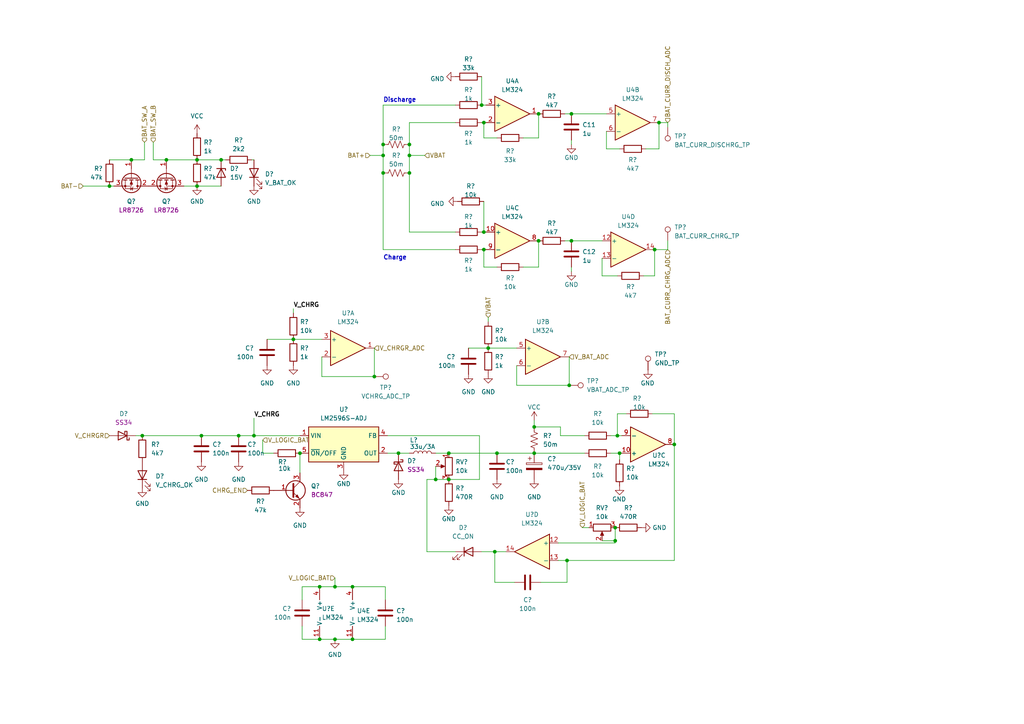
<source format=kicad_sch>
(kicad_sch (version 20230121) (generator eeschema)
  (paper "A4")
  (title_block (title "Battery Management") (date "2023-03-06") (rev "V1.0") (comment 1 "Zuzanna Kunikowska") (comment 2 "Mateusz Wójcik"))
  (lib_symbols
    (symbol "Amplifier_Operational:LM324" (pin_names (offset 0.127))
      (property "Reference" "U" (at 0 5.08 0))
      (property "Value" "LM324" (at 0 -5.08 0))
      (symbol "LM324_1_1"
        (pin output line (at 7.62 0 180) (length 2.54) (name "~") (number "1"))
        (pin input line (at -7.62 -2.54 0) (length 2.54) (name "-") (number "2"))
        (pin input line (at -7.62 2.54 0) (length 2.54) (name "+") (number "3"))
      )
      (symbol "LM324_2_1"
        (pin input line (at -7.62 2.54 0) (length 2.54) (name "+") (number "5"))
        (pin input line (at -7.62 -2.54 0) (length 2.54) (name "-") (number "6"))
        (pin output line (at 7.62 0 180) (length 2.54) (name "~") (number "7"))
      )
      (symbol "LM324_3_1"
        (pin input line (at -7.62 2.54 0) (length 2.54) (name "+") (number "10"))
        (pin output line (at 7.62 0 180) (length 2.54) (name "~") (number "8"))
        (pin input line (at -7.62 -2.54 0) (length 2.54) (name "-") (number "9"))
      )
      (symbol "LM324_4_1"
        (pin input line (at -7.62 2.54 0) (length 2.54) (name "+") (number "12"))
        (pin input line (at -7.62 -2.54 0) (length 2.54) (name "-") (number "13"))
        (pin output line (at 7.62 0 180) (length 2.54) (name "~") (number "14"))
      )
      (symbol "LM324_5_1"
        (pin power_in line (at -2.54 -7.62 90) (length 3.81) (name "V-") (number "11"))
        (pin power_in line (at -2.54 7.62 270) (length 3.81) (name "V+") (number "4"))
      )
    )
    (symbol "Connector:TestPoint" (pin_numbers hide) (pin_names (offset 0.762) hide)
      (property "Reference" "TP" (at 0 6.858 0))
      (property "Value" "TestPoint" (at 0 5.08 0))
      (symbol "TestPoint_1_1"
        (pin passive line (at 0 0 90) (length 2.54) (name "1") (number "1"))
      )
    )
    (symbol "Device:C" (pin_numbers hide) (pin_names (offset 0.254))
      (property "Reference" "C" (at 0.635 2.54 0))
      (property "Value" "C" (at 0.635 -2.54 0))
      (symbol "C_1_1"
        (pin passive line (at 0 3.81 270) (length 2.794) (name "~") (number "1"))
        (pin passive line (at 0 -3.81 90) (length 2.794) (name "~") (number "2"))
      )
    )
    (symbol "Device:C_Polarized" (pin_numbers hide) (pin_names (offset 0.254))
      (property "Reference" "C" (at 0.635 2.54 0))
      (property "Value" "C_Polarized" (at 0.635 -2.54 0))
      (symbol "C_Polarized_1_1"
        (pin passive line (at 0 3.81 270) (length 2.794) (name "~") (number "1"))
        (pin passive line (at 0 -3.81 90) (length 2.794) (name "~") (number "2"))
      )
    )
    (symbol "Device:D_Schottky" (pin_numbers hide) (pin_names (offset 1.016) hide)
      (property "Reference" "D" (at 0 2.54 0))
      (property "Value" "D_Schottky" (at 0 -2.54 0))
      (symbol "D_Schottky_1_1"
        (pin passive line (at -3.81 0 0) (length 2.54) (name "K") (number "1"))
        (pin passive line (at 3.81 0 180) (length 2.54) (name "A") (number "2"))
      )
    )
    (symbol "Device:D_Zener" (pin_numbers hide) (pin_names (offset 1.016) hide)
      (property "Reference" "D" (at 0 2.54 0))
      (property "Value" "D_Zener" (at 0 -2.54 0))
      (symbol "D_Zener_1_1"
        (pin passive line (at -3.81 0 0) (length 2.54) (name "K") (number "1"))
        (pin passive line (at 3.81 0 180) (length 2.54) (name "A") (number "2"))
      )
    )
    (symbol "Device:L" (pin_numbers hide) (pin_names (offset 1.016) hide)
      (property "Reference" "L" (at -1.27 0 90))
      (property "Value" "L" (at 1.905 0 90))
      (symbol "L_1_1"
        (pin passive line (at 0 3.81 270) (length 1.27) (name "1") (number "1"))
        (pin passive line (at 0 -3.81 90) (length 1.27) (name "2") (number "2"))
      )
    )
    (symbol "Device:LED" (pin_numbers hide) (pin_names (offset 1.016) hide)
      (property "Reference" "D" (at 0 2.54 0))
      (property "Value" "LED" (at 0 -2.54 0))
      (symbol "LED_1_1"
        (pin passive line (at -3.81 0 0) (length 2.54) (name "K") (number "1"))
        (pin passive line (at 3.81 0 180) (length 2.54) (name "A") (number "2"))
      )
    )
    (symbol "Device:Q_NMOS_GDS" (pin_names (offset 0) hide)
      (property "Reference" "Q" (at 5.08 1.27 0))
      (property "Value" "Q_NMOS_GDS" (at 5.08 -1.27 0))
      (symbol "Q_NMOS_GDS_1_1"
        (pin input line (at -5.08 0 0) (length 2.54) (name "G") (number "1"))
        (pin passive line (at 2.54 5.08 270) (length 2.54) (name "D") (number "2"))
        (pin passive line (at 2.54 -5.08 90) (length 2.54) (name "S") (number "3"))
      )
    )
    (symbol "Device:Q_NPN_BEC" (pin_names (offset 0) hide)
      (property "Reference" "Q" (at 5.08 1.27 0))
      (property "Value" "Q_NPN_BEC" (at 5.08 -1.27 0))
      (symbol "Q_NPN_BEC_1_1"
        (pin input line (at -5.08 0 0) (length 5.715) (name "B") (number "1"))
        (pin passive line (at 2.54 -5.08 90) (length 2.54) (name "E") (number "2"))
        (pin passive line (at 2.54 5.08 270) (length 2.54) (name "C") (number "3"))
      )
    )
    (symbol "Device:R" (pin_numbers hide) (pin_names (offset 0))
      (property "Reference" "R" (at 2.032 0 90))
      (property "Value" "R" (at 0 0 90))
      (symbol "R_1_1"
        (pin passive line (at 0 3.81 270) (length 1.27) (name "~") (number "1"))
        (pin passive line (at 0 -3.81 90) (length 1.27) (name "~") (number "2"))
      )
    )
    (symbol "Device:R_Potentiometer" (pin_names (offset 1.016) hide)
      (property "Reference" "RV" (at -4.445 0 90))
      (property "Value" "R_Potentiometer" (at -2.54 0 90))
      (symbol "R_Potentiometer_1_1"
        (pin passive line (at 0 3.81 270) (length 1.27) (name "1") (number "1"))
        (pin passive line (at 3.81 0 180) (length 1.27) (name "2") (number "2"))
        (pin passive line (at 0 -3.81 90) (length 1.27) (name "3") (number "3"))
      )
    )
    (symbol "Device:R_US" (pin_numbers hide) (pin_names (offset 0))
      (property "Reference" "R" (at 2.54 0 90))
      (property "Value" "R_US" (at -2.54 0 90))
      (symbol "R_US_1_1"
        (pin passive line (at 0 3.81 270) (length 1.27) (name "~") (number "1"))
        (pin passive line (at 0 -3.81 90) (length 1.27) (name "~") (number "2"))
      )
    )
    (symbol "Regulator_Switching:LM2596S-ADJ"
      (property "Reference" "U" (at -10.16 6.35 0))
      (property "Value" "LM2596S-ADJ" (at 0 6.35 0))
      (symbol "LM2596S-ADJ_1_1"
        (pin power_in line (at -12.7 2.54 0) (length 2.54) (name "VIN") (number "1"))
        (pin output line (at 12.7 -2.54 180) (length 2.54) (name "OUT") (number "2"))
        (pin power_in line (at 0 -7.62 90) (length 2.54) (name "GND") (number "3"))
        (pin input line (at 12.7 2.54 180) (length 2.54) (name "FB") (number "4"))
        (pin input line (at -12.7 -2.54 0) (length 2.54) (name "~{ON}/OFF") (number "5"))
      )
    )
    (symbol "power:GND" (power) (pin_names (offset 0))
      (property "Value" "GND" (at 0 -3.81 0))
      (symbol "GND_1_1"
        (pin power_in line (at 0 0 270) (length 0) hide (name "GND") (number "1"))
      )
    )
    (symbol "power:VCC" (power) (pin_names (offset 0))
      (property "Value" "VCC" (at 0 3.81 0))
      (symbol "VCC_1_1"
        (pin power_in line (at 0 0 90) (length 0) hide (name "VCC") (number "1"))
      )
    )
  )
  (junction (at 85.09 98.425))
  (junction (at 189.865 72.39))
  (junction (at 154.94 123.825))
  (junction (at 57.15 53.975))
  (junction (at 195.58 128.905))
  (junction (at 130.175 131.445))
  (junction (at 73.66 126.365))
  (junction (at 118.745 41.91))
  (junction (at 165.735 33.02))
  (junction (at 178.435 153.035))
  (junction (at 178.435 156.845))
  (junction (at 111.125 41.91))
  (junction (at 57.15 46.355))
  (junction (at 97.155 185.42))
  (junction (at 143.51 160.02))
  (junction (at 179.07 126.365))
  (junction (at 156.21 33.02))
  (junction (at 86.995 131.445))
  (junction (at 115.57 131.445))
  (junction (at 102.235 170.18))
  (junction (at 64.135 46.355))
  (junction (at 92.71 185.42))
  (junction (at 111.125 45.085))
  (junction (at 41.275 126.365))
  (junction (at 97.155 170.18))
  (junction (at 69.215 126.365))
  (junction (at 118.745 45.085))
  (junction (at 48.26 46.355))
  (junction (at 31.75 53.975))
  (junction (at 164.465 162.56))
  (junction (at 130.175 139.065))
  (junction (at 165.1 111.76))
  (junction (at 139.7 30.48))
  (junction (at 118.745 50.165))
  (junction (at 165.735 69.85))
  (junction (at 92.71 170.18))
  (junction (at 191.135 35.56))
  (junction (at 154.94 131.445))
  (junction (at 108.585 109.22))
  (junction (at 141.605 100.965))
  (junction (at 140.335 35.56))
  (junction (at 38.1 46.355))
  (junction (at 140.335 67.31))
  (junction (at 156.21 69.85))
  (junction (at 144.145 131.445))
  (junction (at 126.365 139.065))
  (junction (at 58.42 126.365))
  (junction (at 179.705 131.445))
  (junction (at 102.235 185.42))
  (junction (at 111.125 50.165))
  (junction (at 140.335 72.39))
  (wire (pts (xy 165.1 111.76) (xy 165.1 103.505)))
  (wire (pts (xy 143.51 168.91) (xy 143.51 160.02)))
  (wire (pts (xy 174.625 156.845) (xy 178.435 156.845)))
  (wire (pts (xy 112.395 131.445) (xy 115.57 131.445)))
  (wire (pts (xy 132.08 160.02) (xy 123.825 160.02)))
  (wire (pts (xy 132.08 35.56) (xy 118.745 35.56)))
  (wire (pts (xy 186.69 80.01) (xy 189.865 80.01)))
  (wire (pts (xy 179.705 133.35) (xy 179.705 131.445)))
  (wire (pts (xy 141.605 100.965) (xy 149.86 100.965)))
  (wire (pts (xy 178.435 156.845) (xy 178.435 153.035)))
  (wire (pts (xy 139.7 22.225) (xy 139.7 30.48)))
  (wire (pts (xy 165.735 33.02) (xy 175.895 33.02)))
  (wire (pts (xy 179.07 120.015) (xy 179.07 126.365)))
  (wire (pts (xy 179.07 126.365) (xy 180.34 126.365)))
  (wire (pts (xy 195.58 128.905) (xy 195.58 162.56)))
  (wire (pts (xy 41.275 126.365) (xy 58.42 126.365)))
  (wire (pts (xy 85.09 89.535) (xy 85.09 90.805)))
  (wire (pts (xy 143.51 160.02) (xy 146.685 160.02)))
  (wire (pts (xy 48.26 46.355) (xy 57.15 46.355)))
  (wire (pts (xy 174.625 74.93) (xy 174.625 80.01)))
  (wire (pts (xy 179.705 43.18) (xy 175.895 43.18)))
  (wire (pts (xy 92.71 185.42) (xy 97.155 185.42)))
  (wire (pts (xy 123.825 160.02) (xy 123.825 139.065)))
  (wire (pts (xy 115.57 131.445) (xy 118.745 131.445)))
  (wire (pts (xy 85.09 98.425) (xy 93.345 98.425)))
  (wire (pts (xy 118.745 45.085) (xy 123.19 45.085)))
  (wire (pts (xy 58.42 126.365) (xy 69.215 126.365)))
  (wire (pts (xy 76.2 131.445) (xy 79.375 131.445)))
  (wire (pts (xy 132.08 30.48) (xy 111.125 30.48)))
  (wire (pts (xy 86.995 131.445) (xy 86.995 137.16)))
  (wire (pts (xy 111.125 30.48) (xy 111.125 41.91)))
  (wire (pts (xy 111.125 45.085) (xy 111.125 50.165)))
  (wire (pts (xy 177.165 126.365) (xy 179.07 126.365)))
  (wire (pts (xy 130.175 131.445) (xy 144.145 131.445)))
  (wire (pts (xy 39.37 126.365) (xy 41.275 126.365)))
  (wire (pts (xy 31.75 53.975) (xy 33.02 53.975)))
  (wire (pts (xy 31.75 46.355) (xy 38.1 46.355)))
  (wire (pts (xy 118.745 41.91) (xy 118.745 45.085)))
  (wire (pts (xy 189.865 72.39) (xy 193.675 72.39)))
  (wire (pts (xy 144.145 40.005) (xy 140.335 40.005)))
  (wire (pts (xy 149.86 106.045) (xy 149.86 111.76)))
  (wire (pts (xy 169.545 126.365) (xy 162.56 126.365)))
  (wire (pts (xy 41.91 41.275) (xy 41.91 46.355)))
  (wire (pts (xy 108.585 109.22) (xy 108.585 100.965)))
  (wire (pts (xy 69.215 126.365) (xy 73.66 126.365)))
  (wire (pts (xy 139.7 72.39) (xy 140.335 72.39)))
  (wire (pts (xy 156.21 77.47) (xy 156.21 69.85)))
  (wire (pts (xy 193.675 35.56) (xy 193.675 36.83)))
  (wire (pts (xy 175.895 43.18) (xy 175.895 38.1)))
  (wire (pts (xy 126.365 135.255) (xy 126.365 139.065)))
  (wire (pts (xy 139.065 139.065) (xy 139.065 126.365)))
  (wire (pts (xy 87.63 181.61) (xy 87.63 185.42)))
  (wire (pts (xy 135.89 100.965) (xy 141.605 100.965)))
  (wire (pts (xy 154.94 121.92) (xy 154.94 123.825)))
  (wire (pts (xy 73.025 46.355) (xy 73.66 46.355)))
  (wire (pts (xy 140.335 67.31) (xy 140.97 67.31)))
  (wire (pts (xy 189.23 120.015) (xy 195.58 120.015)))
  (wire (pts (xy 164.465 162.56) (xy 195.58 162.56)))
  (wire (pts (xy 24.13 53.975) (xy 31.75 53.975)))
  (wire (pts (xy 93.345 103.505) (xy 93.345 109.22)))
  (wire (pts (xy 178.435 156.845) (xy 178.435 157.48)))
  (wire (pts (xy 140.335 35.56) (xy 140.97 35.56)))
  (wire (pts (xy 97.155 167.64) (xy 97.155 170.18)))
  (wire (pts (xy 139.7 160.02) (xy 143.51 160.02)))
  (wire (pts (xy 151.765 77.47) (xy 156.21 77.47)))
  (wire (pts (xy 149.86 111.76) (xy 165.1 111.76)))
  (wire (pts (xy 73.66 126.365) (xy 86.995 126.365)))
  (wire (pts (xy 165.735 78.74) (xy 165.735 77.47)))
  (wire (pts (xy 149.225 168.91) (xy 143.51 168.91)))
  (wire (pts (xy 161.925 162.56) (xy 164.465 162.56)))
  (wire (pts (xy 162.56 126.365) (xy 162.56 123.825)))
  (wire (pts (xy 73.66 121.285) (xy 73.66 126.365)))
  (wire (pts (xy 132.08 67.31) (xy 118.745 67.31)))
  (wire (pts (xy 140.335 58.42) (xy 140.335 67.31)))
  (wire (pts (xy 102.235 185.42) (xy 111.76 185.42)))
  (wire (pts (xy 168.91 153.035) (xy 170.815 153.035)))
  (wire (pts (xy 177.165 131.445) (xy 179.705 131.445)))
  (wire (pts (xy 38.1 46.355) (xy 41.91 46.355)))
  (wire (pts (xy 77.47 98.425) (xy 85.09 98.425)))
  (wire (pts (xy 191.135 35.56) (xy 193.675 35.56)))
  (wire (pts (xy 174.625 80.01) (xy 179.07 80.01)))
  (wire (pts (xy 57.15 46.355) (xy 64.135 46.355)))
  (wire (pts (xy 178.435 157.48) (xy 161.925 157.48)))
  (wire (pts (xy 102.235 170.18) (xy 111.76 170.18)))
  (wire (pts (xy 165.735 41.91) (xy 165.735 40.64)))
  (wire (pts (xy 163.83 69.85) (xy 165.735 69.85)))
  (wire (pts (xy 126.365 139.065) (xy 130.175 139.065)))
  (wire (pts (xy 144.145 131.445) (xy 154.94 131.445)))
  (wire (pts (xy 97.155 170.18) (xy 92.71 170.18)))
  (wire (pts (xy 76.2 127.635) (xy 76.2 131.445)))
  (wire (pts (xy 130.175 139.065) (xy 139.065 139.065)))
  (wire (pts (xy 53.34 53.975) (xy 57.15 53.975)))
  (wire (pts (xy 107.315 45.085) (xy 111.125 45.085)))
  (wire (pts (xy 111.125 41.91) (xy 111.125 45.085)))
  (wire (pts (xy 195.58 120.015) (xy 195.58 128.905)))
  (wire (pts (xy 140.335 35.56) (xy 139.7 35.56)))
  (wire (pts (xy 162.56 123.825) (xy 154.94 123.825)))
  (wire (pts (xy 57.15 53.975) (xy 64.135 53.975)))
  (wire (pts (xy 156.21 40.005) (xy 151.765 40.005)))
  (wire (pts (xy 179.705 131.445) (xy 180.34 131.445)))
  (wire (pts (xy 140.335 77.47) (xy 140.335 72.39)))
  (wire (pts (xy 118.745 35.56) (xy 118.745 41.91)))
  (wire (pts (xy 140.335 40.005) (xy 140.335 35.56)))
  (wire (pts (xy 118.745 67.31) (xy 118.745 50.165)))
  (wire (pts (xy 44.45 41.275) (xy 44.45 46.355)))
  (wire (pts (xy 65.405 46.355) (xy 64.135 46.355)))
  (wire (pts (xy 126.365 131.445) (xy 130.175 131.445)))
  (wire (pts (xy 141.605 92.075) (xy 141.605 93.345)))
  (wire (pts (xy 189.865 80.01) (xy 189.865 72.39)))
  (wire (pts (xy 87.63 185.42) (xy 92.71 185.42)))
  (wire (pts (xy 87.63 170.18) (xy 92.71 170.18)))
  (wire (pts (xy 156.845 168.91) (xy 164.465 168.91)))
  (wire (pts (xy 164.465 168.91) (xy 164.465 162.56)))
  (wire (pts (xy 144.145 77.47) (xy 140.335 77.47)))
  (wire (pts (xy 139.7 67.31) (xy 140.335 67.31)))
  (wire (pts (xy 123.825 139.065) (xy 126.365 139.065)))
  (wire (pts (xy 87.63 173.99) (xy 87.63 170.18)))
  (wire (pts (xy 97.155 170.18) (xy 102.235 170.18)))
  (wire (pts (xy 139.7 30.48) (xy 140.97 30.48)))
  (wire (pts (xy 111.125 72.39) (xy 111.125 50.165)))
  (wire (pts (xy 44.45 46.355) (xy 48.26 46.355)))
  (wire (pts (xy 193.675 69.85) (xy 193.675 72.39)))
  (wire (pts (xy 140.335 72.39) (xy 140.97 72.39)))
  (wire (pts (xy 97.155 185.42) (xy 102.235 185.42)))
  (wire (pts (xy 181.61 120.015) (xy 179.07 120.015)))
  (wire (pts (xy 191.135 43.18) (xy 191.135 35.56)))
  (wire (pts (xy 111.76 170.18) (xy 111.76 173.99)))
  (wire (pts (xy 165.735 69.85) (xy 174.625 69.85)))
  (wire (pts (xy 93.345 109.22) (xy 108.585 109.22)))
  (wire (pts (xy 154.94 131.445) (xy 169.545 131.445)))
  (wire (pts (xy 139.065 126.365) (xy 112.395 126.365)))
  (wire (pts (xy 132.08 72.39) (xy 111.125 72.39)))
  (wire (pts (xy 187.325 43.18) (xy 191.135 43.18)))
  (wire (pts (xy 111.76 185.42) (xy 111.76 181.61)))
  (wire (pts (xy 118.745 45.085) (xy 118.745 50.165)))
  (wire (pts (xy 156.21 33.02) (xy 156.21 40.005)))
  (wire (pts (xy 163.83 33.02) (xy 165.735 33.02)))
  (text "Charge" (at 111.125 75.565 0) (effects (font (size 1.27 1.27) bold) (justify left bottom)))
  (text "- przetwornica 5V\n- przetwornica na silniki (3-9V)\n- stabilizator 3V3\n- zabezpieczenie baterii\n" (at -245.745 125.095 0) (effects (font (size 1.27 1.27)) (justify left bottom)))
  (text "Discharge" (at 111.125 29.845 0) (effects (font (size 1.27 1.27) bold) (justify left bottom)))
  (label "V_CHRG" (at 73.66 121.285 0) (effects (font bold)))
  (label "V_CHRG" (at 85.09 89.535 0) (effects (font bold)))
  (hierarchical_label "V_CHRGR_ADC" (shape input) (at 108.585 100.965 0))
  (hierarchical_label "V_LOGIC_BAT" (shape input) (at 97.155 167.64 180))
  (hierarchical_label "BAT+" (shape input) (at 107.315 45.085 180))
  (hierarchical_label "V_LOGIC_BAT" (shape input) (at 168.91 153.035 90))
  (hierarchical_label "BAT_CURR_CHRG_ADC" (shape input) (at 193.675 72.39 270))
  (hierarchical_label "BAT_CURR_DISCH_ADC" (shape input) (at 193.675 35.56 90))
  (hierarchical_label "V_CHRGR" (shape input) (at 31.75 126.365 180))
  (hierarchical_label "VBAT" (shape input) (at 141.605 92.075 90))
  (hierarchical_label "CHRG_EN" (shape input) (at 71.755 142.24 180))
  (hierarchical_label "V_LOGIC_BAT" (shape input) (at 76.2 127.635 0))
  (hierarchical_label "BAT-" (shape input) (at 24.13 53.975 180))
  (hierarchical_label "BAT_SW_B" (shape input) (at 44.45 41.275 90))
  (hierarchical_label "V_BAT_ADC" (shape input) (at 165.1 103.505 0))
  (hierarchical_label "BAT_SW_A" (shape input) (at 41.91 41.275 90))
  (hierarchical_label "VBAT" (shape input) (at 123.19 45.085 0))
  (symbol (lib_id "Device:R") (at 160.02 33.02 270) (unit 1)
    (property "Reference" "R?" (at 160.02 27.94 90))
    (property "Value" "4k7" (at 160.02 30.48 90))
    (property "Footprint" "Resistor_SMD:R_0805_2012Metric" (effects hide))
    (instances (project "Robot_Controller_PCB" (path "" (reference "R?") (unit 1))) (project "Scout_Robot_Controller" (path "" (reference "R33") (unit 1))))
  )
  (symbol (lib_id "Device:R_US") (at 154.94 127.635 0) (unit 1)
    (property "Reference" "R?" (at 157.48 126.3649 0) (effects (justify left)))
    (property "Value" "50m" (at 157.48 128.9049 0) (effects (justify left)))
    (property "Footprint" "Resistor_SMD:R_1210_3225Metric" (effects hide))
    (instances (project "Robot_Controller_PCB" (path "" (reference "R?") (unit 1))) (project "Scout_Robot_Controller" (path "" (reference "R32") (unit 1))))
  )
  (symbol (lib_id "power:VCC") (at 154.94 121.92 0) (unit 1)
    (property "Reference" "#PWR?" (effects hide))
    (property "Value" "VCC" (at 154.94 118.11 0))
    (instances (project "Robot_Controller_PCB" (path "" (reference "#PWR?") (unit 1))) (project "Scout_Robot_Controller" (path "" (reference "#PWR093") (unit 1))))
  )
  (symbol (lib_id "Device:R") (at 83.185 131.445 270) (unit 1)
    (property "Reference" "R?" (at 81.915 133.985 90))
    (property "Value" "10k" (at 82.55 135.89 90))
    (property "Footprint" "Resistor_SMD:R_0805_2012Metric" (effects hide))
    (instances (project "Robot_Controller_PCB" (path "" (reference "R?") (unit 1))) (project "Scout_Robot_Controller" (path "" (reference "R16") (unit 1))))
  )
  (symbol (lib_id "Device:Q_NPN_BEC") (at 84.455 142.24 0) (unit 1)
    (property "Reference" "Q?" (at 90.17 140.9699 0) (effects (justify left)))
    (property "Value" "Q_NPN_BEC" (effects hide))
    (property "Footprint" "Package_TO_SOT_SMD:SOT-23" (effects hide))
    (property "Datasheet" "https://www.onsemi.com/pdf/datasheet/bc846-d.pdf" (effects hide))
    (property "MPN" "BC847" (at 90.17 143.5099 0) (effects (justify left)))
    (instances (project "Robot_Controller_PCB" (path "" (reference "Q?") (unit 1))) (project "Scout_Robot_Controller" (path "" (reference "Q5") (unit 1))))
  )
  (symbol (lib_id "Device:R") (at 173.355 131.445 90) (unit 1)
    (property "Reference" "R?" (at 173.355 135.255 90))
    (property "Value" "10k" (at 173.355 137.795 90))
    (property "Footprint" "Resistor_SMD:R_0805_2012Metric" (effects hide))
    (instances (project "Robot_Controller_PCB" (path "" (reference "R?") (unit 1))) (project "Scout_Robot_Controller" (path "" (reference "R36") (unit 1))))
  )
  (symbol (lib_id "power:GND") (at 187.96 107.315 0) (unit 1)
    (property "Reference" "#PWR?" (effects hide))
    (property "Value" "GND" (at 189.865 111.125 0) (effects (justify right)))
    (instances (project "Robot_Controller_PCB" (path "" (reference "#PWR?") (unit 1))) (project "Scout_Robot_Controller" (path "" (reference "#PWR099") (unit 1))))
  )
  (symbol (lib_id "Device:D_Schottky") (at 35.56 126.365 180) (unit 1)
    (property "Reference" "D?" (at 35.8775 120.015 0))
    (property "Value" "D_Schottky" (effects hide))
    (property "Footprint" "Diode_SMD:D_SMC" (effects hide))
    (property "Datasheet" "https://www.vishay.com/docs/88751/ss32.pdf" (effects hide))
    (property "MPN" "SS34" (at 35.8775 122.555 0))
    (instances (project "Robot_Controller_PCB" (path "" (reference "D?") (unit 1))) (project "Scout_Robot_Controller" (path "" (reference "D1") (unit 1))))
  )
  (symbol (lib_id "power:GND") (at 73.66 53.975 0) (unit 1)
    (property "Reference" "#PWR?" (effects hide))
    (property "Value" "GND" (at 73.66 58.42 0))
    (instances (project "Robot_Controller_PCB" (path "" (reference "#PWR?") (unit 1))) (project "Scout_Robot_Controller" (path "" (reference "#PWR080") (unit 1))))
  )
  (symbol (lib_id "Device:R") (at 31.75 50.165 0) (unit 1)
    (property "Reference" "R?" (at 29.845 48.8949 0) (effects (justify right)))
    (property "Value" "47k" (at 29.845 51.4349 0) (effects (justify right)))
    (property "Footprint" "Resistor_SMD:R_0805_2012Metric" (effects hide))
    (instances (project "Robot_Controller_PCB" (path "" (reference "R?") (unit 1))) (project "Scout_Robot_Controller" (path "" (reference "R10") (unit 1))))
  )
  (symbol (lib_id "Amplifier_Operational:LM324") (at 183.515 35.56 0) (unit 2)
    (property "Reference" "U4" (at 183.515 26.035 0))
    (property "Value" "LM324" (at 183.515 28.575 0))
    (property "Footprint" "Package_SO:SOIC-14_3.9x8.7mm_P1.27mm" (effects hide))
    (property "Datasheet" "http://www.ti.com/lit/ds/symlink/lm2902-n.pdf" (effects hide))
  )
  (symbol (lib_id "Device:C") (at 77.47 102.235 0) (unit 1)
    (property "Reference" "C?" (at 73.66 100.9649 0) (effects (justify right)))
    (property "Value" "100n" (at 73.66 103.5049 0) (effects (justify right)))
    (property "Footprint" "Capacitor_SMD:C_0805_2012Metric" (effects hide))
    (instances (project "Robot_Controller_PCB" (path "" (reference "C?") (unit 1))) (project "Scout_Robot_Controller" (path "" (reference "C4") (unit 1))))
  )
  (symbol (lib_id "Device:R") (at 185.42 120.015 90) (unit 1)
    (property "Reference" "R?" (at 184.785 115.57 90))
    (property "Value" "10k" (at 185.42 118.11 90))
    (property "Footprint" "Resistor_SMD:R_0805_2012Metric" (effects hide))
    (instances (project "Robot_Controller_PCB" (path "" (reference "R?") (unit 1))) (project "Scout_Robot_Controller" (path "" (reference "R41") (unit 1))))
  )
  (symbol (lib_id "power:GND") (at 97.155 185.42 0) (unit 1)
    (property "Reference" "#PWR?" (effects hide))
    (property "Value" "GND" (at 97.155 189.865 0))
    (instances (project "Robot_Controller_PCB" (path "" (reference "#PWR?") (unit 1))) (project "Scout_Robot_Controller" (path "" (reference "#PWR084") (unit 1))))
  )
  (symbol (lib_id "Device:R") (at 182.245 153.035 90) (unit 1)
    (property "Reference" "R?" (at 182.245 147.32 90))
    (property "Value" "470R" (at 182.245 149.86 90))
    (property "Footprint" "Resistor_SMD:R_0805_2012Metric" (effects hide))
    (instances (project "Robot_Controller_PCB" (path "" (reference "R?") (unit 1))) (project "Scout_Robot_Controller" (path "" (reference "R38") (unit 1))))
  )
  (symbol (lib_id "power:GND") (at 77.47 106.045 0) (unit 1)
    (property "Reference" "#PWR?" (effects hide))
    (property "Value" "GND" (at 77.47 111.125 0))
    (instances (project "Robot_Controller_PCB" (path "" (reference "#PWR?") (unit 1))) (project "Scout_Robot_Controller" (path "" (reference "#PWR081") (unit 1))))
  )
  (symbol (lib_id "power:GND") (at 58.42 133.985 0) (unit 1)
    (property "Reference" "#PWR?" (effects hide))
    (property "Value" "GND" (at 58.42 139.065 0))
    (instances (project "Robot_Controller_PCB" (path "" (reference "#PWR?") (unit 1))) (project "Scout_Robot_Controller" (path "" (reference "#PWR078") (unit 1))))
  )
  (symbol (lib_id "Connector:TestPoint") (at 187.96 107.315 0) (unit 1)
    (property "Reference" "TP?" (at 189.865 102.7429 0) (effects (justify left)))
    (property "Value" "GND_TP" (at 189.865 105.2829 0) (effects (justify left)))
    (property "Footprint" "TestPoint:TestPoint_Pad_D1.5mm" (effects hide))
    (instances (project "Robot_Controller_PCB" (path "" (reference "TP?") (unit 1))) (project "Scout_Robot_Controller" (path "" (reference "TP14") (unit 1))))
  )
  (symbol (lib_id "power:GND") (at 115.57 139.065 0) (unit 1)
    (property "Reference" "#PWR?" (effects hide))
    (property "Value" "GND" (at 115.57 142.875 0))
    (instances (project "Robot_Controller_PCB" (path "" (reference "#PWR?") (unit 1))) (project "Scout_Robot_Controller" (path "" (reference "#PWR086") (unit 1))))
  )
  (symbol (lib_id "power:GND") (at 141.605 108.585 0) (unit 1)
    (property "Reference" "#PWR?" (effects hide))
    (property "Value" "GND" (at 141.605 113.665 0))
    (instances (project "Robot_Controller_PCB" (path "" (reference "#PWR?") (unit 1))) (project "Scout_Robot_Controller" (path "" (reference "#PWR091") (unit 1))))
  )
  (symbol (lib_id "Device:R_Potentiometer") (at 130.175 135.255 0) (mirror y) (unit 1)
    (property "Reference" "RV?" (at 132.08 133.9849 0) (effects (justify right)))
    (property "Value" "10k" (at 132.08 136.5249 0) (effects (justify right)))
    (property "Footprint" "Potentiometer_THT:Potentiometer_Bourns_3296W_Vertical" (effects hide))
    (instances (project "Robot_Controller_PCB" (path "" (reference "RV?") (unit 1))) (project "Scout_Robot_Controller" (path "" (reference "RV1") (unit 1))))
  )
  (symbol (lib_id "power:GND") (at 132.08 22.225 270) (unit 1)
    (property "Reference" "#PWR?" (effects hide))
    (property "Value" "GND" (at 128.905 22.86 90) (effects (justify right)))
    (instances (project "Robot_Controller_PCB" (path "" (reference "#PWR?") (unit 1))) (project "Scout_Robot_Controller" (path "" (reference "#PWR088") (unit 1))))
  )
  (symbol (lib_id "Amplifier_Operational:LM324") (at 187.96 128.905 0) (mirror x) (unit 3)
    (property "Reference" "U?" (at 191.135 132.08 0))
    (property "Value" "LM324" (at 191.135 134.62 0))
    (property "Footprint" "Package_SO:SOIC-14_3.9x8.7mm_P1.27mm" (effects hide))
    (property "Datasheet" "http://www.ti.com/lit/ds/symlink/lm2902-n.pdf" (effects hide))
    (instances (project "Robot_Controller_PCB" (path "" (reference "U?") (unit 3))) (project "Scout_Robot_Controller" (path "" (reference "U2") (unit 3))))
  )
  (symbol (lib_id "power:VCC") (at 57.15 38.735 0) (unit 1)
    (property "Reference" "#PWR?" (effects hide))
    (property "Value" "VCC" (at 57.15 33.655 0))
    (instances (project "Robot_Controller_PCB" (path "" (reference "#PWR?") (unit 1))) (project "Scout_Robot_Controller" (path "" (reference "#PWR076") (unit 1))))
  )
  (symbol (lib_id "Amplifier_Operational:LM324") (at 182.245 72.39 0) (unit 4)
    (property "Reference" "U4" (at 182.245 62.865 0))
    (property "Value" "LM324" (at 182.245 65.405 0))
    (property "Footprint" "Package_SO:SOIC-14_3.9x8.7mm_P1.27mm" (effects hide))
    (property "Datasheet" "http://www.ti.com/lit/ds/symlink/lm2902-n.pdf" (effects hide))
  )
  (symbol (lib_id "power:GND") (at 85.09 106.045 0) (unit 1)
    (property "Reference" "#PWR?" (effects hide))
    (property "Value" "GND" (at 85.09 111.125 0))
    (instances (project "Robot_Controller_PCB" (path "" (reference "#PWR?") (unit 1))) (project "Scout_Robot_Controller" (path "" (reference "#PWR082") (unit 1))))
  )
  (symbol (lib_id "Device:LED") (at 41.275 137.795 90) (unit 1)
    (property "Reference" "D?" (at 45.085 138.1124 90) (effects (justify right)))
    (property "Value" "V_CHRG_OK" (at 45.085 140.6524 90) (effects (justify right)))
    (property "Footprint" "LED_SMD:LED_0805_2012Metric" (effects hide))
    (instances (project "Robot_Controller_PCB" (path "" (reference "D?") (unit 1))) (project "Scout_Robot_Controller" (path "" (reference "D2") (unit 1))))
  )
  (symbol (lib_id "Connector:TestPoint") (at 165.1 111.76 270) (unit 1)
    (property "Reference" "TP?" (at 170.18 110.4899 90) (effects (justify left)))
    (property "Value" "VBAT_ADC_TP" (at 170.18 113.0299 90) (effects (justify left)))
    (property "Footprint" "TestPoint:TestPoint_Pad_D1.5mm" (effects hide))
    (instances (project "Robot_Controller_PCB" (path "" (reference "TP?") (unit 1))) (project "Scout_Robot_Controller" (path "" (reference "TP13") (unit 1))))
  )
  (symbol (lib_id "Device:R_Potentiometer") (at 174.625 153.035 90) (mirror x) (unit 1)
    (property "Reference" "RV?" (at 174.625 147.32 90))
    (property "Value" "10k" (at 174.625 149.86 90))
    (property "Footprint" "Potentiometer_THT:Potentiometer_Bourns_3296W_Vertical" (effects hide))
    (instances (project "Robot_Controller_PCB" (path "" (reference "RV?") (unit 1))) (project "Scout_Robot_Controller" (path "" (reference "RV2") (unit 1))))
  )
  (symbol (lib_id "Device:C") (at 153.035 168.91 90) (unit 1)
    (property "Reference" "C?" (at 153.035 173.99 90))
    (property "Value" "100n" (at 153.035 176.53 90))
    (property "Footprint" "Capacitor_SMD:C_0805_2012Metric" (effects hide))
    (instances (project "Robot_Controller_PCB" (path "" (reference "C?") (unit 1))) (project "Scout_Robot_Controller" (path "" (reference "C9") (unit 1))))
  )
  (symbol (lib_id "Device:R") (at 135.89 35.56 90) (unit 1)
    (property "Reference" "R?" (at 135.89 38.735 90))
    (property "Value" "1k" (at 135.89 41.275 90))
    (property "Footprint" "Resistor_SMD:R_0805_2012Metric" (effects hide))
    (instances (project "Robot_Controller_PCB" (path "" (reference "R?") (unit 1))) (project "Scout_Robot_Controller" (path "" (reference "R24") (unit 1))))
  )
  (symbol (lib_id "Device:C") (at 87.63 177.8 0) (unit 1)
    (property "Reference" "C?" (at 84.455 176.5299 0) (effects (justify right)))
    (property "Value" "100n" (at 84.455 179.0699 0) (effects (justify right)))
    (property "Footprint" "Capacitor_SMD:C_0805_2012Metric" (effects hide))
    (instances (project "Robot_Controller_PCB" (path "" (reference "C?") (unit 1))) (project "Scout_Robot_Controller" (path "" (reference "C5") (unit 1))))
  )
  (symbol (lib_id "Connector:TestPoint") (at 193.675 69.85 0) (unit 1)
    (property "Reference" "TP?" (at 195.58 65.913 0) (effects (justify left)))
    (property "Value" "BAT_CURR_CHRG_TP" (at 195.58 68.453 0) (effects (justify left)))
    (property "Footprint" "TestPoint:TestPoint_Pad_D1.5mm" (effects hide))
    (instances (project "Robot_Controller_PCB" (path "" (reference "TP?") (unit 1))) (project "Scout_Robot_Controller" (path "" (reference "TP16") (unit 1))))
  )
  (symbol (lib_id "Device:R_US") (at 114.935 50.165 90) (unit 1)
    (property "Reference" "R?" (at 114.935 45.085 90))
    (property "Value" "50m" (at 114.935 47.625 90))
    (property "Footprint" "Resistor_SMD:R_1210_3225Metric" (effects hide))
    (instances (project "Robot_Controller_PCB" (path "" (reference "R?") (unit 1))) (project "Scout_Robot_Controller" (path "" (reference "R20") (unit 1))))
  )
  (symbol (lib_id "power:GND") (at 165.735 41.91 0) (unit 1)
    (property "Reference" "#PWR?" (effects hide))
    (property "Value" "GND" (at 165.735 45.72 0))
    (instances (project "Robot_Controller_PCB" (path "" (reference "#PWR?") (unit 1))) (project "Scout_Robot_Controller" (path "" (reference "#PWR095") (unit 1))))
  )
  (symbol (lib_id "Device:R") (at 141.605 97.155 0) (unit 1)
    (property "Reference" "R?" (at 143.51 95.8849 0) (effects (justify left)))
    (property "Value" "10k" (at 143.51 98.4249 0) (effects (justify left)))
    (property "Footprint" "Resistor_SMD:R_0805_2012Metric" (effects hide))
    (instances (project "Robot_Controller_PCB" (path "" (reference "R?") (unit 1))) (project "Scout_Robot_Controller" (path "" (reference "R28") (unit 1))))
  )
  (symbol (lib_id "power:GND") (at 41.275 141.605 0) (unit 1)
    (property "Reference" "#PWR?" (effects hide))
    (property "Value" "GND" (at 41.275 146.05 0))
    (instances (project "Robot_Controller_PCB" (path "" (reference "#PWR?") (unit 1))) (project "Scout_Robot_Controller" (path "" (reference "#PWR075") (unit 1))))
  )
  (symbol (lib_id "Device:LED") (at 73.66 50.165 90) (unit 1)
    (property "Reference" "D?" (at 76.835 50.4824 90) (effects (justify right)))
    (property "Value" "V_BAT_OK" (at 76.835 53.0224 90) (effects (justify right)))
    (property "Footprint" "LED_SMD:LED_0805_2012Metric" (effects hide))
    (instances (project "Robot_Controller_PCB" (path "" (reference "D?") (unit 1))) (project "Scout_Robot_Controller" (path "" (reference "D4") (unit 1))))
  )
  (symbol (lib_id "power:GND") (at 130.175 146.685 0) (unit 1)
    (property "Reference" "#PWR?" (effects hide))
    (property "Value" "GND" (at 130.175 150.495 0))
    (instances (project "Robot_Controller_PCB" (path "" (reference "#PWR?") (unit 1))) (project "Scout_Robot_Controller" (path "" (reference "#PWR087") (unit 1))))
  )
  (symbol (lib_id "Device:D_Zener") (at 64.135 50.165 270) (unit 1)
    (property "Reference" "D?" (at 66.675 48.8949 90) (effects (justify left)))
    (property "Value" "15V" (at 66.675 51.4349 90) (effects (justify left)))
    (property "Footprint" "Diode_SMD:D_SOD-123" (effects hide))
    (instances (project "Robot_Controller_PCB" (path "" (reference "D?") (unit 1))) (project "Scout_Robot_Controller" (path "" (reference "D3") (unit 1))))
  )
  (symbol (lib_id "Device:R") (at 69.215 46.355 90) (unit 1)
    (property "Reference" "R?" (at 69.215 40.64 90))
    (property "Value" "2k2" (at 69.215 43.18 90))
    (property "Footprint" "Resistor_SMD:R_0805_2012Metric" (effects hide))
    (instances (project "Robot_Controller_PCB" (path "" (reference "R?") (unit 1))) (project "Scout_Robot_Controller" (path "" (reference "R14") (unit 1))))
  )
  (symbol (lib_id "Device:C") (at 111.76 177.8 0) (unit 1)
    (property "Reference" "C?" (at 114.935 177.165 0) (effects (justify left)))
    (property "Value" "100n" (at 114.935 179.705 0) (effects (justify left)))
    (property "Footprint" "Capacitor_SMD:C_0805_2012Metric" (effects hide))
    (instances (project "Robot_Controller_PCB" (path "" (reference "C?") (unit 1))) (project "Scout_Robot_Controller" (path "" (reference "C6") (unit 1))))
  )
  (symbol (lib_id "Amplifier_Operational:LM324") (at 148.59 69.85 0) (unit 3)
    (property "Reference" "U4" (at 148.59 60.325 0))
    (property "Value" "LM324" (at 148.59 62.865 0))
    (property "Footprint" "Package_SO:SOIC-14_3.9x8.7mm_P1.27mm" (effects hide))
    (property "Datasheet" "http://www.ti.com/lit/ds/symlink/lm2902-n.pdf" (effects hide))
  )
  (symbol (lib_id "power:GND") (at 99.695 136.525 0) (unit 1)
    (property "Reference" "#PWR?" (effects hide))
    (property "Value" "GND" (at 99.695 140.335 0))
    (instances (project "Robot_Controller_PCB" (path "" (reference "#PWR?") (unit 1))) (project "Scout_Robot_Controller" (path "" (reference "#PWR085") (unit 1))))
  )
  (symbol (lib_id "Connector:TestPoint") (at 193.675 36.83 180) (unit 1)
    (property "Reference" "TP?" (at 195.58 39.497 0) (effects (justify right)))
    (property "Value" "BAT_CURR_DISCHRG_TP" (at 195.58 42.037 0) (effects (justify right)))
    (property "Footprint" "TestPoint:TestPoint_Pad_D1.5mm" (effects hide))
    (instances (project "Robot_Controller_PCB" (path "" (reference "TP?") (unit 1))) (project "Scout_Robot_Controller" (path "" (reference "TP15") (unit 1))))
  )
  (symbol (lib_id "Device:R") (at 173.355 126.365 90) (unit 1)
    (property "Reference" "R?" (at 173.355 120.015 90))
    (property "Value" "10k" (at 173.355 122.555 90))
    (property "Footprint" "Resistor_SMD:R_0805_2012Metric" (effects hide))
    (instances (project "Robot_Controller_PCB" (path "" (reference "R?") (unit 1))) (project "Scout_Robot_Controller" (path "" (reference "R35") (unit 1))))
  )
  (symbol (lib_id "power:GND") (at 69.215 133.985 0) (unit 1)
    (property "Reference" "#PWR?" (effects hide))
    (property "Value" "GND" (at 69.215 139.065 0))
    (instances (project "Robot_Controller_PCB" (path "" (reference "#PWR?") (unit 1))) (project "Scout_Robot_Controller" (path "" (reference "#PWR079") (unit 1))))
  )
  (symbol (lib_id "Device:R") (at 57.15 50.165 0) (unit 1)
    (property "Reference" "R?" (at 59.055 48.8949 0) (effects (justify left)))
    (property "Value" "47k" (at 59.055 51.4349 0) (effects (justify left)))
    (property "Footprint" "Resistor_SMD:R_0805_2012Metric" (effects hide))
    (instances (project "Robot_Controller_PCB" (path "" (reference "R?") (unit 1))) (project "Scout_Robot_Controller" (path "" (reference "R13") (unit 1))))
  )
  (symbol (lib_id "Device:C") (at 144.145 135.255 0) (unit 1)
    (property "Reference" "C?" (at 146.685 133.985 0) (effects (justify left)))
    (property "Value" "100n" (at 146.685 136.525 0) (effects (justify left)))
    (property "Footprint" "Capacitor_SMD:C_0805_2012Metric" (effects hide))
    (instances (project "Robot_Controller_PCB" (path "" (reference "C?") (unit 1))) (project "Scout_Robot_Controller" (path "" (reference "C8") (unit 1))))
  )
  (symbol (lib_id "Regulator_Switching:LM2596S-ADJ") (at 99.695 128.905 0) (unit 1)
    (property "Reference" "U?" (at 99.695 118.745 0))
    (property "Value" "LM2596S-ADJ" (at 99.695 121.285 0))
    (property "Footprint" "Package_TO_SOT_SMD:TO-263-5_TabPin3" (effects hide))
    (property "Datasheet" "http://www.ti.com/lit/ds/symlink/lm2596.pdf" (effects hide))
    (instances (project "Robot_Controller_PCB" (path "" (reference "U?") (unit 1))) (project "Scout_Robot_Controller" (path "" (reference "U3") (unit 1))))
  )
  (symbol (lib_id "Device:R") (at 135.89 30.48 90) (unit 1)
    (property "Reference" "R?" (at 135.89 26.035 90))
    (property "Value" "1k" (at 135.89 28.575 90))
    (property "Footprint" "Resistor_SMD:R_0805_2012Metric" (effects hide))
    (instances (project "Robot_Controller_PCB" (path "" (reference "R?") (unit 1))) (project "Scout_Robot_Controller" (path "" (reference "R23") (unit 1))))
  )
  (symbol (lib_id "Amplifier_Operational:LM324") (at 95.25 177.8 0) (unit 5)
    (property "Reference" "U?" (at 93.345 176.5299 0) (effects (justify left)))
    (property "Value" "LM324" (at 93.345 179.0699 0) (effects (justify left)))
    (property "Footprint" "Package_SO:SOIC-14_3.9x8.7mm_P1.27mm" (effects hide))
    (property "Datasheet" "http://www.ti.com/lit/ds/symlink/lm2902-n.pdf" (effects hide))
    (instances (project "Robot_Controller_PCB" (path "" (reference "U?") (unit 5))) (project "Scout_Robot_Controller" (path "" (reference "U2") (unit 5))))
  )
  (symbol (lib_id "Device:R") (at 85.09 94.615 0) (unit 1)
    (property "Reference" "R?" (at 86.995 93.3449 0) (effects (justify left)))
    (property "Value" "10k" (at 86.995 95.8849 0) (effects (justify left)))
    (property "Footprint" "Resistor_SMD:R_0805_2012Metric" (effects hide))
    (instances (project "Robot_Controller_PCB" (path "" (reference "R?") (unit 1))) (project "Scout_Robot_Controller" (path "" (reference "R17") (unit 1))))
  )
  (symbol (lib_id "Amplifier_Operational:LM324") (at 100.965 100.965 0) (unit 1)
    (property "Reference" "U?" (at 100.965 90.805 0))
    (property "Value" "LM324" (at 100.965 93.345 0))
    (property "Footprint" "Package_SO:SOIC-14_3.9x8.7mm_P1.27mm" (effects hide))
    (property "Datasheet" "http://www.ti.com/lit/ds/symlink/lm2902-n.pdf" (effects hide))
    (instances (project "Robot_Controller_PCB" (path "" (reference "U?") (unit 1))) (project "Scout_Robot_Controller" (path "" (reference "U2") (unit 1))))
  )
  (symbol (lib_id "power:GND") (at 86.995 147.32 0) (unit 1)
    (property "Reference" "#PWR?" (effects hide))
    (property "Value" "GND" (at 86.995 152.4 0))
    (instances (project "Robot_Controller_PCB" (path "" (reference "#PWR?") (unit 1))) (project "Scout_Robot_Controller" (path "" (reference "#PWR083") (unit 1))))
  )
  (symbol (lib_id "Device:R") (at 135.89 22.225 90) (unit 1)
    (property "Reference" "R?" (at 135.89 17.145 90))
    (property "Value" "33k" (at 135.89 19.685 90))
    (property "Footprint" "Resistor_SMD:R_0805_2012Metric" (effects hide))
    (instances (project "Robot_Controller_PCB" (path "" (reference "R?") (unit 1))) (project "Scout_Robot_Controller" (path "" (reference "R22") (unit 1))))
  )
  (symbol (lib_id "Amplifier_Operational:LM324") (at 148.59 33.02 0) (unit 1)
    (property "Reference" "U4" (at 148.59 23.495 0))
    (property "Value" "LM324" (at 148.59 26.035 0))
    (property "Footprint" "Package_SO:SOIC-14_3.9x8.7mm_P1.27mm" (effects hide))
    (property "Datasheet" "http://www.ti.com/lit/ds/symlink/lm2902-n.pdf" (effects hide))
  )
  (symbol (lib_id "Connector:TestPoint") (at 108.585 109.22 270) (unit 1)
    (property "Reference" "TP?" (at 111.887 112.395 90))
    (property "Value" "VCHRG_ADC_TP" (at 111.887 114.935 90))
    (property "Footprint" "TestPoint:TestPoint_Pad_D1.5mm" (effects hide))
    (instances (project "Robot_Controller_PCB" (path "" (reference "TP?") (unit 1))) (project "Scout_Robot_Controller" (path "" (reference "TP12") (unit 1))))
  )
  (symbol (lib_id "Device:R_US") (at 114.935 41.91 90) (unit 1)
    (property "Reference" "R?" (at 114.935 37.465 90))
    (property "Value" "50m" (at 114.935 40.005 90))
    (property "Footprint" "Resistor_SMD:R_1210_3225Metric" (effects hide))
    (instances (project "Robot_Controller_PCB" (path "" (reference "R?") (unit 1))) (project "Scout_Robot_Controller" (path "" (reference "R19") (unit 1))))
  )
  (symbol (lib_id "power:GND") (at 179.705 140.97 0) (unit 1)
    (property "Reference" "#PWR?" (effects hide))
    (property "Value" "GND" (at 181.61 144.78 0) (effects (justify right)))
    (instances (project "Robot_Controller_PCB" (path "" (reference "#PWR?") (unit 1))) (project "Scout_Robot_Controller" (path "" (reference "#PWR097") (unit 1))))
  )
  (symbol (lib_id "Device:R") (at 182.88 80.01 270) (unit 1)
    (property "Reference" "R?" (at 182.88 83.185 90))
    (property "Value" "4k7" (at 182.88 85.725 90))
    (property "Footprint" "Resistor_SMD:R_0805_2012Metric" (effects hide))
    (instances (project "Robot_Controller_PCB" (path "" (reference "R?") (unit 1))) (project "Scout_Robot_Controller" (path "" (reference "R39") (unit 1))))
  )
  (symbol (lib_id "Amplifier_Operational:LM324") (at 154.305 160.02 0) (mirror y) (unit 4)
    (property "Reference" "U?" (at 154.305 149.225 0))
    (property "Value" "LM324" (at 154.305 151.765 0))
    (property "Footprint" "Package_SO:SOIC-14_3.9x8.7mm_P1.27mm" (effects hide))
    (property "Datasheet" "http://www.ti.com/lit/ds/symlink/lm2902-n.pdf" (effects hide))
    (instances (project "Robot_Controller_PCB" (path "" (reference "U?") (unit 4))) (project "Scout_Robot_Controller" (path "" (reference "U2") (unit 4))))
  )
  (symbol (lib_id "Device:R") (at 57.15 42.545 0) (unit 1)
    (property "Reference" "R?" (at 59.055 41.2749 0) (effects (justify left)))
    (property "Value" "1k" (at 59.055 43.8149 0) (effects (justify left)))
    (property "Footprint" "Resistor_SMD:R_0805_2012Metric" (effects hide))
    (instances (project "Robot_Controller_PCB" (path "" (reference "R?") (unit 1))) (project "Scout_Robot_Controller" (path "" (reference "R12") (unit 1))))
  )
  (symbol (lib_id "power:GND") (at 165.735 78.74 0) (unit 1)
    (property "Reference" "#PWR?" (effects hide))
    (property "Value" "GND" (at 165.735 82.55 0))
    (instances (project "Robot_Controller_PCB" (path "" (reference "#PWR?") (unit 1))) (project "Scout_Robot_Controller" (path "" (reference "#PWR096") (unit 1))))
  )
  (symbol (lib_id "Device:D_Schottky") (at 115.57 135.255 270) (unit 1)
    (property "Reference" "D?" (at 118.11 133.6674 90) (effects (justify left)))
    (property "Value" "D_Schottky" (effects hide))
    (property "Footprint" "Diode_SMD:D_SMC" (effects hide))
    (property "Datasheet" "https://www.vishay.com/docs/88751/ss32.pdf" (effects hide))
    (property "MPN" "SS34" (at 118.11 136.2074 90) (effects (justify left)))
    (instances (project "Robot_Controller_PCB" (path "" (reference "D?") (unit 1))) (project "Scout_Robot_Controller" (path "" (reference "D5") (unit 1))))
  )
  (symbol (lib_id "power:GND") (at 57.15 53.975 0) (unit 1)
    (property "Reference" "#PWR?" (effects hide))
    (property "Value" "GND" (at 57.15 58.42 0))
    (instances (project "Robot_Controller_PCB" (path "" (reference "#PWR?") (unit 1))) (project "Scout_Robot_Controller" (path "" (reference "#PWR077") (unit 1))))
  )
  (symbol (lib_id "Device:R") (at 147.955 40.005 90) (unit 1)
    (property "Reference" "R?" (at 147.955 43.815 90))
    (property "Value" "33k" (at 147.955 46.355 90))
    (property "Footprint" "Resistor_SMD:R_0805_2012Metric" (effects hide))
    (instances (project "Robot_Controller_PCB" (path "" (reference "R?") (unit 1))) (project "Scout_Robot_Controller" (path "" (reference "R30") (unit 1))))
  )
  (symbol (lib_id "Device:R") (at 183.515 43.18 270) (unit 1)
    (property "Reference" "R?" (at 183.515 46.355 90))
    (property "Value" "4k7" (at 183.515 48.895 90))
    (property "Footprint" "Resistor_SMD:R_0805_2012Metric" (effects hide))
    (instances (project "Robot_Controller_PCB" (path "" (reference "R?") (unit 1))) (project "Scout_Robot_Controller" (path "" (reference "R40") (unit 1))))
  )
  (symbol (lib_id "power:GND") (at 186.055 153.035 90) (unit 1)
    (property "Reference" "#PWR?" (effects hide))
    (property "Value" "GND" (at 189.23 153.0349 90) (effects (justify right)))
    (instances (project "Robot_Controller_PCB" (path "" (reference "#PWR?") (unit 1))) (project "Scout_Robot_Controller" (path "" (reference "#PWR098") (unit 1))))
  )
  (symbol (lib_id "Device:C") (at 69.215 130.175 0) (unit 1)
    (property "Reference" "C?" (at 71.755 128.905 0) (effects (justify left)))
    (property "Value" "100n" (at 71.755 131.445 0) (effects (justify left)))
    (property "Footprint" "Capacitor_SMD:C_0805_2012Metric" (effects hide))
    (instances (project "Robot_Controller_PCB" (path "" (reference "C?") (unit 1))) (project "Scout_Robot_Controller" (path "" (reference "C3") (unit 1))))
  )
  (symbol (lib_id "Device:R") (at 135.89 72.39 90) (mirror x) (unit 1)
    (property "Reference" "R?" (at 135.89 75.565 90))
    (property "Value" "1k" (at 135.89 78.105 90))
    (property "Footprint" "Resistor_SMD:R_0805_2012Metric" (effects hide))
    (instances (project "Robot_Controller_PCB" (path "" (reference "R?") (unit 1))) (project "Scout_Robot_Controller" (path "" (reference "R26") (unit 1))))
  )
  (symbol (lib_id "Device:R") (at 147.955 77.47 90) (mirror x) (unit 1)
    (property "Reference" "R?" (at 147.955 80.645 90))
    (property "Value" "10k" (at 147.955 83.185 90))
    (property "Footprint" "Resistor_SMD:R_0805_2012Metric" (effects hide))
    (instances (project "Robot_Controller_PCB" (path "" (reference "R?") (unit 1))) (project "Scout_Robot_Controller" (path "" (reference "R31") (unit 1))))
  )
  (symbol (lib_id "Device:R") (at 130.175 142.875 0) (unit 1)
    (property "Reference" "R?" (at 132.08 141.6049 0) (effects (justify left)))
    (property "Value" "470R" (at 132.08 144.1449 0) (effects (justify left)))
    (property "Footprint" "Resistor_SMD:R_0805_2012Metric" (effects hide))
    (instances (project "Robot_Controller_PCB" (path "" (reference "R?") (unit 1))) (project "Scout_Robot_Controller" (path "" (reference "R21") (unit 1))))
  )
  (symbol (lib_id "Device:L") (at 122.555 131.445 90) (unit 1)
    (property "Reference" "L?" (at 120.015 127.635 90))
    (property "Value" "33u/3A" (at 122.555 129.54 90))
    (property "Footprint" "Inductor_SMD:L_Bourns_SRR1260" (effects hide))
    (instances (project "Robot_Controller_PCB" (path "" (reference "L?") (unit 1))) (project "Scout_Robot_Controller" (path "" (reference "L1") (unit 1))))
  )
  (symbol (lib_id "Device:R") (at 160.02 69.85 270) (unit 1)
    (property "Reference" "R?" (at 160.02 64.77 90))
    (property "Value" "4k7" (at 160.02 67.31 90))
    (property "Footprint" "Resistor_SMD:R_0805_2012Metric" (effects hide))
    (instances (project "Robot_Controller_PCB" (path "" (reference "R?") (unit 1))) (project "Scout_Robot_Controller" (path "" (reference "R34") (unit 1))))
  )
  (symbol (lib_id "Device:R") (at 85.09 102.235 0) (unit 1)
    (property "Reference" "R?" (at 86.995 100.9649 0) (effects (justify left)))
    (property "Value" "1k" (at 86.995 103.5049 0) (effects (justify left)))
    (property "Footprint" "Resistor_SMD:R_0805_2012Metric" (effects hide))
    (instances (project "Robot_Controller_PCB" (path "" (reference "R?") (unit 1))) (project "Scout_Robot_Controller" (path "" (reference "R18") (unit 1))))
  )
  (symbol (lib_id "Device:Q_NMOS_GDS") (at 38.1 51.435 270) (unit 1)
    (property "Reference" "Q?" (at 38.1 58.42 90))
    (property "Value" "Q_NMOS_GDS" (effects hide))
    (property "Footprint" "Package_TO_SOT_SMD:TO-252-2" (effects hide))
    (property "Datasheet" "https://www.infineon.com/dgdl/irlr8726pbf.pdf?fileId=5546d462533600a40153567181dd26f7" (effects hide))
    (property "MPN" "LR8726" (at 38.1 60.96 90))
    (instances (project "Robot_Controller_PCB" (path "" (reference "Q?") (unit 1))) (project "Scout_Robot_Controller" (path "" (reference "Q3") (unit 1))))
  )
  (symbol (lib_id "Device:C") (at 165.735 36.83 0) (unit 1)
    (property "Reference" "C11" (at 168.91 36.195 0) (effects (justify left)))
    (property "Value" "1u" (at 168.91 38.735 0) (effects (justify left)))
    (property "Footprint" "Capacitor_SMD:C_1206_3216Metric" (effects hide))
  )
  (symbol (lib_id "power:GND") (at 135.89 108.585 0) (unit 1)
    (property "Reference" "#PWR?" (effects hide))
    (property "Value" "GND" (at 135.89 113.665 0))
    (instances (project "Robot_Controller_PCB" (path "" (reference "#PWR?") (unit 1))) (project "Scout_Robot_Controller" (path "" (reference "#PWR090") (unit 1))))
  )
  (symbol (lib_id "Device:Q_NMOS_GDS") (at 48.26 51.435 90) (mirror x) (unit 1)
    (property "Reference" "Q?" (at 48.26 58.42 90))
    (property "Value" "Q_NMOS_GDS" (effects hide))
    (property "Footprint" "Package_TO_SOT_SMD:TO-252-2" (effects hide))
    (property "Datasheet" "https://www.infineon.com/dgdl/irlr8726pbf.pdf?fileId=5546d462533600a40153567181dd26f7" (effects hide))
    (property "MPN" "LR8726" (at 48.26 60.96 90))
    (instances (project "Robot_Controller_PCB" (path "" (reference "Q?") (unit 1))) (project "Scout_Robot_Controller" (path "" (reference "Q4") (unit 1))))
  )
  (symbol (lib_id "Amplifier_Operational:LM324") (at 157.48 103.505 0) (unit 2)
    (property "Reference" "U?" (at 157.48 93.345 0))
    (property "Value" "LM324" (at 157.48 95.885 0))
    (property "Footprint" "Package_SO:SOIC-14_3.9x8.7mm_P1.27mm" (effects hide))
    (property "Datasheet" "http://www.ti.com/lit/ds/symlink/lm2902-n.pdf" (effects hide))
    (instances (project "Robot_Controller_PCB" (path "" (reference "U?") (unit 2))) (project "Scout_Robot_Controller" (path "" (reference "U2") (unit 2))))
  )
  (symbol (lib_id "Device:R") (at 136.525 58.42 270) (mirror x) (unit 1)
    (property "Reference" "R?" (at 136.525 53.975 90))
    (property "Value" "10k" (at 136.525 56.515 90))
    (property "Footprint" "Resistor_SMD:R_0805_2012Metric" (effects hide))
    (instances (project "Robot_Controller_PCB" (path "" (reference "R?") (unit 1))) (project "Scout_Robot_Controller" (path "" (reference "R27") (unit 1))))
  )
  (symbol (lib_id "Device:LED") (at 135.89 160.02 0) (unit 1)
    (property "Reference" "D?" (at 134.3025 153.035 0))
    (property "Value" "CC_ON" (at 134.3025 155.575 0))
    (property "Footprint" "LED_SMD:LED_0805_2012Metric" (effects hide))
    (instances (project "Robot_Controller_PCB" (path "" (reference "D?") (unit 1))) (project "Scout_Robot_Controller" (path "" (reference "D6") (unit 1))))
  )
  (symbol (lib_id "Device:C") (at 165.735 73.66 0) (unit 1)
    (property "Reference" "C12" (at 168.91 73.025 0) (effects (justify left)))
    (property "Value" "1u" (at 168.91 75.565 0) (effects (justify left)))
    (property "Footprint" "Capacitor_SMD:C_1206_3216Metric" (effects hide))
  )
  (symbol (lib_id "power:GND") (at 154.94 139.065 0) (unit 1)
    (property "Reference" "#PWR?" (effects hide))
    (property "Value" "GND" (at 154.94 144.145 0))
    (instances (project "Robot_Controller_PCB" (path "" (reference "#PWR?") (unit 1))) (project "Scout_Robot_Controller" (path "" (reference "#PWR094") (unit 1))))
  )
  (symbol (lib_id "Amplifier_Operational:LM324") (at 104.775 177.8 0) (unit 5)
    (property "Reference" "U4" (at 103.505 177.165 0) (effects (justify left)))
    (property "Value" "LM324" (at 103.505 179.705 0) (effects (justify left)))
    (property "Footprint" "Package_SO:SOIC-14_3.9x8.7mm_P1.27mm" (effects hide))
    (property "Datasheet" "http://www.ti.com/lit/ds/symlink/lm2902-n.pdf" (effects hide))
  )
  (symbol (lib_id "Device:R") (at 75.565 142.24 90) (unit 1)
    (property "Reference" "R?" (at 75.565 145.415 90))
    (property "Value" "47k" (at 75.565 147.955 90))
    (property "Footprint" "Resistor_SMD:R_0805_2012Metric" (effects hide))
    (instances (project "Robot_Controller_PCB" (path "" (reference "R?") (unit 1))) (project "Scout_Robot_Controller" (path "" (reference "R15") (unit 1))))
  )
  (symbol (lib_id "Device:C_Polarized") (at 154.94 135.255 0) (unit 1)
    (property "Reference" "C?" (at 158.75 133.0959 0) (effects (justify left)))
    (property "Value" "470u/35V" (at 158.75 135.6359 0) (effects (justify left)))
    (property "Footprint" "Capacitor_THT:CP_Radial_D10.0mm_P5.00mm" (effects hide))
    (instances (project "Robot_Controller_PCB" (path "" (reference "C?") (unit 1))) (project "Scout_Robot_Controller" (path "" (reference "C10") (unit 1))))
  )
  (symbol (lib_id "Device:R") (at 179.705 137.16 0) (unit 1)
    (property "Reference" "R?" (at 181.61 135.8899 0) (effects (justify left)))
    (property "Value" "10k" (at 181.61 138.4299 0) (effects (justify left)))
    (property "Footprint" "Resistor_SMD:R_0805_2012Metric" (effects hide))
    (instances (project "Robot_Controller_PCB" (path "" (reference "R?") (unit 1))) (project "Scout_Robot_Controller" (path "" (reference "R37") (unit 1))))
  )
  (symbol (lib_id "Device:R") (at 41.275 130.175 180) (unit 1)
    (property "Reference" "R?" (at 43.815 128.9049 0) (effects (justify right)))
    (property "Value" "4k7" (at 43.815 131.4449 0) (effects (justify right)))
    (property "Footprint" "Resistor_SMD:R_0805_2012Metric" (effects hide))
    (instances (project "Robot_Controller_PCB" (path "" (reference "R?") (unit 1))) (project "Scout_Robot_Controller" (path "" (reference "R11") (unit 1))))
  )
  (symbol (lib_id "Device:C") (at 58.42 130.175 0) (unit 1)
    (property "Reference" "C?" (at 61.595 128.9049 0) (effects (justify left)))
    (property "Value" "100n" (at 61.595 131.4449 0) (effects (justify left)))
    (property "Footprint" "Capacitor_SMD:C_0805_2012Metric" (effects hide))
    (instances (project "Robot_Controller_PCB" (path "" (reference "C?") (unit 1))) (project "Scout_Robot_Controller" (path "" (reference "C2") (unit 1))))
  )
  (symbol (lib_id "Device:R") (at 135.89 67.31 90) (mirror x) (unit 1)
    (property "Reference" "R?" (at 135.89 62.865 90))
    (property "Value" "1k" (at 135.89 65.405 90))
    (property "Footprint" "Resistor_SMD:R_0805_2012Metric" (effects hide))
    (instances (project "Robot_Controller_PCB" (path "" (reference "R?") (unit 1))) (project "Scout_Robot_Controller" (path "" (reference "R25") (unit 1))))
  )
  (symbol (lib_id "Device:C") (at 135.89 104.775 0) (unit 1)
    (property "Reference" "C?" (at 132.08 103.5049 0) (effects (justify right)))
    (property "Value" "100n" (at 132.08 106.0449 0) (effects (justify right)))
    (property "Footprint" "Capacitor_SMD:C_0805_2012Metric" (effects hide))
    (instances (project "Robot_Controller_PCB" (path "" (reference "C?") (unit 1))) (project "Scout_Robot_Controller" (path "" (reference "C7") (unit 1))))
  )
  (symbol (lib_id "Device:R") (at 141.605 104.775 0) (unit 1)
    (property "Reference" "R?" (at 143.51 103.5049 0) (effects (justify left)))
    (property "Value" "1k" (at 143.51 106.0449 0) (effects (justify left)))
    (property "Footprint" "Resistor_SMD:R_0805_2012Metric" (effects hide))
    (instances (project "Robot_Controller_PCB" (path "" (reference "R?") (unit 1))) (project "Scout_Robot_Controller" (path "" (reference "R29") (unit 1))))
  )
  (symbol (lib_id "power:GND") (at 144.145 139.065 0) (unit 1)
    (property "Reference" "#PWR?" (effects hide))
    (property "Value" "GND" (at 144.145 144.145 0))
    (instances (project "Robot_Controller_PCB" (path "" (reference "#PWR?") (unit 1))) (project "Scout_Robot_Controller" (path "" (reference "#PWR092") (unit 1))))
  )
  (symbol (lib_id "power:GND") (at 132.715 58.42 270) (unit 1)
    (property "Reference" "#PWR?" (effects hide))
    (property "Value" "GND" (at 128.905 59.055 90) (effects (justify right)))
    (instances (project "Robot_Controller_PCB" (path "" (reference "#PWR?") (unit 1))) (project "Scout_Robot_Controller" (path "" (reference "#PWR089") (unit 1))))
  )
)
</source>
